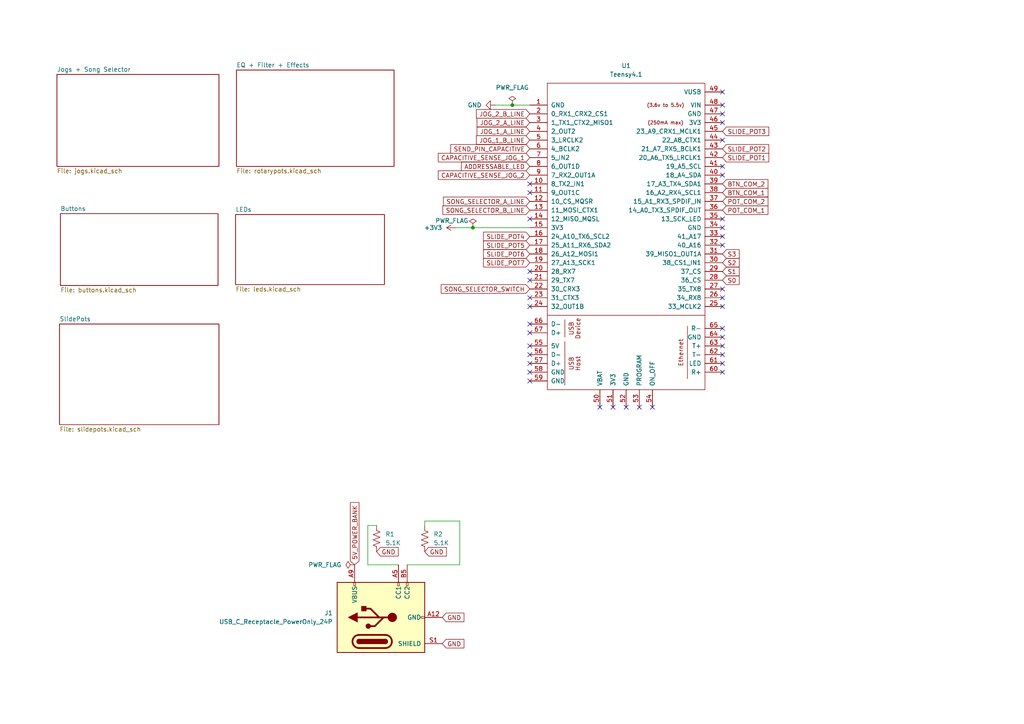
<source format=kicad_sch>
(kicad_sch (version 20250114) (generator "eeschema") (generator_version "9.0")
  (paper "A4")
  (title_block (title "@opensourcedj on twitter") (rev "1") (company "Alex G") (comment 1 "opensourcedj.com"))
  (lib_symbols
    (symbol "Connector:USB_C_Receptacle_PowerOnly_24P" (pin_names (offset 1.016))
      (property "Reference" "J" (at 0 16.51 0))
      (property "Value" "USB_C_Receptacle_PowerOnly_24P" (at 0 13.97 0))
      (symbol "USB_C_Receptacle_PowerOnly_24P_0_0"
        (rectangle (start -0.254 -12.7) (end 0.254 -11.684))
        (rectangle (start 10.16 7.874) (end 9.144 7.366))
        (rectangle (start 10.16 -4.826) (end 9.144 -5.334))
        (rectangle (start 10.16 -7.366) (end 9.144 -7.874))
      )
      (symbol "USB_C_Receptacle_PowerOnly_24P_0_1"
        (rectangle (start -10.16 12.7) (end 10.16 -12.7) (stroke (width 0.254)) (fill (type background)))
        (polyline (pts (xy -8.89 -1.27) (xy -8.89 6.35)) (stroke (width 0.508)))
        (rectangle (start -7.62 -1.27) (end -6.35 6.35) (stroke (width 0.254)) (fill (type outline)))
        (arc (start -7.62 6.35) (mid -6.985 6.9823) (end -6.35 6.35) (stroke (width 0.254)))
        (arc (start -7.62 6.35) (mid -6.985 6.9823) (end -6.35 6.35) (stroke (width 0.254)) (fill (type outline)))
        (arc (start -8.89 6.35) (mid -6.985 8.2467) (end -5.08 6.35) (stroke (width 0.508)))
        (arc (start -5.08 -1.27) (mid -6.985 -3.1667) (end -8.89 -1.27) (stroke (width 0.508)))
        (arc (start -6.35 -1.27) (mid -6.985 -1.9023) (end -7.62 -1.27) (stroke (width 0.254)))
        (arc (start -6.35 -1.27) (mid -6.985 -1.9023) (end -7.62 -1.27) (stroke (width 0.254)) (fill (type outline)))
        (polyline (pts (xy -5.08 6.35) (xy -5.08 -1.27)) (stroke (width 0.508)))
        (circle (center -2.54 3.683) (radius 0.635) (stroke (width 0.254)) (fill (type outline)))
        (polyline (pts (xy -1.27 6.858) (xy 0 9.398) (xy 1.27 6.858) (xy -1.27 6.858)) (stroke (width 0.254)) (fill (type outline)))
        (polyline (pts (xy 0 0.508) (xy 2.54 3.048) (xy 2.54 4.318)) (stroke (width 0.508)))
        (polyline (pts (xy 0 -0.762) (xy -2.54 1.778) (xy -2.54 3.048)) (stroke (width 0.508)))
        (polyline (pts (xy 0 -3.302) (xy 0 6.858)) (stroke (width 0.508)))
        (circle (center 0 -3.302) (radius 1.27) (fill (type outline)))
        (rectangle (start 1.905 4.318) (end 3.175 5.588) (stroke (width 0.254)) (fill (type outline)))
      )
      (symbol "USB_C_Receptacle_PowerOnly_24P_1_1"
        (pin passive line (at -7.62 -17.78 90) (length 5.08) (name "SHIELD") (number "S1"))
        (pin passive line (at 0 -17.78 90) (length 5.08) (hide yes) (name "GND") (number "A1"))
        (pin power_in line (at 0 -17.78 90) (length 5.08) (name "GND") (number "A12"))
        (pin passive line (at 0 -17.78 90) (length 5.08) (hide yes) (name "GND") (number "B1"))
        (pin passive line (at 0 -17.78 90) (length 5.08) (hide yes) (name "GND") (number "B12"))
        (pin passive line (at 15.24 7.62 180) (length 5.08) (hide yes) (name "VBUS") (number "A4"))
        (pin power_in line (at 15.24 7.62 180) (length 5.08) (name "VBUS") (number "A9"))
        (pin passive line (at 15.24 7.62 180) (length 5.08) (hide yes) (name "VBUS") (number "B4"))
        (pin passive line (at 15.24 7.62 180) (length 5.08) (hide yes) (name "VBUS") (number "B9"))
        (pin bidirectional line (at 15.24 -5.08 180) (length 5.08) (name "CC1") (number "A5"))
        (pin bidirectional line (at 15.24 -7.62 180) (length 5.08) (name "CC2") (number "B5"))
      )
    )
    (symbol "Device:R_US" (pin_numbers (hide yes)) (pin_names (offset 0))
      (property "Reference" "R" (at 2.54 0 90))
      (property "Value" "R_US" (at -2.54 0 90))
      (symbol "R_US_0_1"
        (polyline (pts (xy 0 2.286) (xy 0 2.54)))
        (polyline (pts (xy 0 2.286) (xy 1.016 1.905) (xy 0 1.524) (xy -1.016 1.143) (xy 0 0.762)))
        (polyline (pts (xy 0 0.762) (xy 1.016 0.381) (xy 0 0) (xy -1.016 -0.381) (xy 0 -0.762)))
        (polyline (pts (xy 0 -0.762) (xy 1.016 -1.143) (xy 0 -1.524) (xy -1.016 -1.905) (xy 0 -2.286)))
        (polyline (pts (xy 0 -2.286) (xy 0 -2.54)))
      )
      (symbol "R_US_1_1"
        (pin passive line (at 0 3.81 270) (length 1.27) (name "~") (number "1"))
        (pin passive line (at 0 -3.81 90) (length 1.27) (name "~") (number "2"))
      )
    )
    (symbol "power:+3V3" (power) (pin_numbers (hide yes)) (pin_names (offset 0) (hide yes))
      (property "Value" "+3V3" (at 0 3.556 0))
      (symbol "+3V3_0_1"
        (polyline (pts (xy -0.762 1.27) (xy 0 2.54)))
        (polyline (pts (xy 0 2.54) (xy 0.762 1.27)))
        (polyline (pts (xy 0 0) (xy 0 2.54)))
      )
      (symbol "+3V3_1_1"
        (pin power_in line (at 0 0 90) (length 0) (name "~") (number "1"))
      )
    )
    (symbol "power:GND" (power) (pin_numbers (hide yes)) (pin_names (offset 0) (hide yes))
      (property "Value" "GND" (at 0 -3.81 0))
      (symbol "GND_0_1"
        (polyline (pts (xy 0 0) (xy 0 -1.27) (xy 1.27 -1.27) (xy 0 -2.54) (xy -1.27 -1.27) (xy 0 -1.27)))
      )
      (symbol "GND_1_1"
        (pin power_in line (at 0 0 270) (length 0) (name "~") (number "1"))
      )
    )
    (symbol "power:PWR_FLAG" (power) (pin_numbers (hide yes)) (pin_names (offset 0) (hide yes))
      (property "Value" "PWR_FLAG" (at 0 3.81 0))
      (symbol "PWR_FLAG_0_0"
        (pin power_out line (at 0 0 90) (length 0) (name "~") (number "1"))
      )
      (symbol "PWR_FLAG_0_1"
        (polyline (pts (xy 0 0) (xy 0 1.27) (xy -1.016 1.905) (xy 0 2.54) (xy 1.016 1.905) (xy 0 1.27)))
      )
    )
    (symbol "teensy:Teensy4.1" (pin_names (offset 1.016))
      (property "Reference" "U" (at 0 64.77 0))
      (property "Value" "Teensy4.1" (at 0 62.23 0))
      (symbol "Teensy4.1_0_0"
        (polyline (pts (xy -22.86 -6.35) (xy 22.86 -6.35)))
        (polyline (pts (xy -17.78 -7.62) (xy -17.78 -12.7)))
        (polyline (pts (xy -17.78 -26.67) (xy -17.78 -13.97)))
        (polyline (pts (xy 17.78 -9.525) (xy 17.78 -24.765)))
        (text "USB" (at -15.875 -10.16 900) (effects (font (size 1.27 1.27))))
        (text "USB" (at -15.875 -20.32 900) (effects (font (size 1.27 1.27))))
        (text "Device" (at -13.97 -10.16 900) (effects (font (size 1.27 1.27))))
        (text "Host" (at -13.97 -20.32 900) (effects (font (size 1.27 1.27))))
        (text "(3.6v to 5.5v)" (at 11.43 54.61 0) (effects (font (size 1.016 1.016))))
        (text "(250mA max)" (at 11.43 49.53 0) (effects (font (size 1.016 1.016))))
        (text "Ethernet" (at 15.875 -17.145 900) (effects (font (size 1.27 1.27))))
        (pin bidirectional line (at -27.94 44.45 0) (length 5.08) (name "3_LRCLK2") (number "5"))
        (pin bidirectional line (at -27.94 41.91 0) (length 5.08) (name "4_BCLK2") (number "6"))
        (pin bidirectional line (at -27.94 39.37 0) (length 5.08) (name "5_IN2") (number "7"))
        (pin bidirectional line (at -27.94 36.83 0) (length 5.08) (name "6_OUT1D") (number "8"))
        (pin bidirectional line (at -27.94 34.29 0) (length 5.08) (name "7_RX2_OUT1A") (number "9"))
        (pin bidirectional line (at -27.94 31.75 0) (length 5.08) (name "8_TX2_IN1") (number "10"))
        (pin bidirectional line (at -27.94 29.21 0) (length 5.08) (name "9_OUT1C") (number "11"))
        (pin bidirectional line (at -27.94 26.67 0) (length 5.08) (name "10_CS_MQSR") (number "12"))
        (pin bidirectional line (at -27.94 24.13 0) (length 5.08) (name "11_MOSI_CTX1") (number "13"))
        (pin bidirectional line (at -27.94 21.59 0) (length 5.08) (name "12_MISO_MQSL") (number "14"))
        (pin power_in line (at -27.94 19.05 0) (length 5.08) (name "3V3") (number "15"))
        (pin bidirectional line (at -27.94 16.51 0) (length 5.08) (name "24_A10_TX6_SCL2") (number "16"))
        (pin bidirectional line (at -27.94 13.97 0) (length 5.08) (name "25_A11_RX6_SDA2") (number "17"))
        (pin bidirectional line (at -27.94 11.43 0) (length 5.08) (name "26_A12_MOSI1") (number "18"))
        (pin bidirectional line (at -27.94 8.89 0) (length 5.08) (name "27_A13_SCK1") (number "19"))
        (pin bidirectional line (at -27.94 6.35 0) (length 5.08) (name "28_RX7") (number "20"))
        (pin bidirectional line (at -27.94 3.81 0) (length 5.08) (name "29_TX7") (number "21"))
        (pin bidirectional line (at -27.94 1.27 0) (length 5.08) (name "30_CRX3") (number "22"))
        (pin bidirectional line (at -27.94 -1.27 0) (length 5.08) (name "31_CTX3") (number "23"))
        (pin bidirectional line (at -27.94 -3.81 0) (length 5.08) (name "32_OUT1B") (number "24"))
        (pin bidirectional line (at -27.94 -8.89 0) (length 5.08) (name "D-") (number "66"))
        (pin bidirectional line (at -27.94 -11.43 0) (length 5.08) (name "D+") (number "67"))
        (pin power_out line (at -27.94 -15.24 0) (length 5.08) (name "5V") (number "55"))
        (pin bidirectional line (at -27.94 -17.78 0) (length 5.08) (name "D-") (number "56"))
        (pin bidirectional line (at -27.94 -20.32 0) (length 5.08) (name "D+") (number "57"))
        (pin power_in line (at -27.94 -22.86 0) (length 5.08) (name "GND") (number "58"))
        (pin power_in line (at -27.94 -25.4 0) (length 5.08) (name "GND") (number "59"))
        (pin power_in line (at -7.62 -33.02 90) (length 5.08) (name "VBAT") (number "50"))
        (pin power_in line (at -3.81 -33.02 90) (length 5.08) (name "3V3") (number "51"))
        (pin input line (at 0 -33.02 90) (length 5.08) (name "GND") (number "52"))
        (pin input line (at 3.81 -33.02 90) (length 5.08) (name "PROGRAM") (number "53"))
        (pin input line (at 7.62 -33.02 90) (length 5.08) (name "ON_OFF") (number "54"))
        (pin power_out line (at 27.94 58.42 180) (length 5.08) (name "VUSB") (number "49"))
        (pin power_in line (at 27.94 54.61 180) (length 5.08) (name "VIN") (number "48"))
        (pin output line (at 27.94 52.07 180) (length 5.08) (name "GND") (number "47"))
        (pin output line (at 27.94 49.53 180) (length 5.08) (name "3V3") (number "46"))
        (pin bidirectional line (at 27.94 46.99 180) (length 5.08) (name "23_A9_CRX1_MCLK1") (number "45"))
        (pin bidirectional line (at 27.94 44.45 180) (length 5.08) (name "22_A8_CTX1") (number "44"))
        (pin bidirectional line (at 27.94 41.91 180) (length 5.08) (name "21_A7_RX5_BCLK1") (number "43"))
        (pin bidirectional line (at 27.94 39.37 180) (length 5.08) (name "20_A6_TX5_LRCLK1") (number "42"))
        (pin bidirectional line (at 27.94 36.83 180) (length 5.08) (name "19_A5_SCL") (number "41"))
        (pin bidirectional line (at 27.94 34.29 180) (length 5.08) (name "18_A4_SDA") (number "40"))
        (pin bidirectional line (at 27.94 31.75 180) (length 5.08) (name "17_A3_TX4_SDA1") (number "39"))
        (pin bidirectional line (at 27.94 29.21 180) (length 5.08) (name "16_A2_RX4_SCL1") (number "38"))
        (pin bidirectional line (at 27.94 26.67 180) (length 5.08) (name "15_A1_RX3_SPDIF_IN") (number "37"))
        (pin bidirectional line (at 27.94 24.13 180) (length 5.08) (name "14_A0_TX3_SPDIF_OUT") (number "36"))
        (pin bidirectional line (at 27.94 21.59 180) (length 5.08) (name "13_SCK_LED") (number "35"))
        (pin bidirectional line (at 27.94 16.51 180) (length 5.08) (name "41_A17") (number "33"))
        (pin bidirectional line (at 27.94 13.97 180) (length 5.08) (name "40_A16") (number "32"))
        (pin bidirectional line (at 27.94 11.43 180) (length 5.08) (name "39_MISO1_OUT1A") (number "31"))
        (pin bidirectional line (at 27.94 8.89 180) (length 5.08) (name "38_CS1_IN1") (number "30"))
        (pin bidirectional line (at 27.94 6.35 180) (length 5.08) (name "37_CS") (number "29"))
        (pin bidirectional line (at 27.94 3.81 180) (length 5.08) (name "36_CS") (number "28"))
        (pin bidirectional line (at 27.94 1.27 180) (length 5.08) (name "35_TX8") (number "27"))
        (pin bidirectional line (at 27.94 -1.27 180) (length 5.08) (name "34_RX8") (number "26"))
        (pin bidirectional line (at 27.94 -3.81 180) (length 5.08) (name "33_MCLK2") (number "25"))
        (pin bidirectional line (at 27.94 -10.16 180) (length 5.08) (name "R-") (number "65"))
        (pin power_in line (at 27.94 -12.7 180) (length 5.08) (name "GND") (number "64"))
        (pin bidirectional line (at 27.94 -15.24 180) (length 5.08) (name "T+") (number "63"))
        (pin bidirectional line (at 27.94 -17.78 180) (length 5.08) (name "T-") (number "62"))
        (pin bidirectional line (at 27.94 -20.32 180) (length 5.08) (name "LED") (number "61"))
        (pin bidirectional line (at 27.94 -22.86 180) (length 5.08) (name "R+") (number "60"))
      )
      (symbol "Teensy4.1_0_1"
        (rectangle (start -22.86 60.96) (end 22.86 -27.94))
        (rectangle (start -20.32 -1.27) (end -20.32 -1.27))
      )
      (symbol "Teensy4.1_1_1"
        (pin power_in line (at -27.94 54.61 0) (length 5.08) (name "GND") (number "1"))
        (pin bidirectional line (at -27.94 52.07 0) (length 5.08) (name "0_RX1_CRX2_CS1") (number "2"))
        (pin bidirectional line (at -27.94 49.53 0) (length 5.08) (name "1_TX1_CTX2_MISO1") (number "3"))
        (pin bidirectional line (at -27.94 46.99 0) (length 5.08) (name "2_OUT2") (number "4"))
        (pin power_in line (at 27.94 19.05 180) (length 5.08) (name "GND") (number "34"))
      )
    )
  )
  (junction (at 148.59 30.48))
  (junction (at 137.16 66.04))
  (no_connect (at 153.67 100.33))
  (no_connect (at 209.55 40.64))
  (no_connect (at 209.55 63.5))
  (no_connect (at 185.42 118.11))
  (no_connect (at 209.55 68.58))
  (no_connect (at 153.67 107.95))
  (no_connect (at 209.55 71.12))
  (no_connect (at 153.67 81.28))
  (no_connect (at 153.67 93.98))
  (no_connect (at 209.55 83.82))
  (no_connect (at 173.99 118.11))
  (no_connect (at 209.55 100.33))
  (no_connect (at 153.67 88.9))
  (no_connect (at 153.67 102.87))
  (no_connect (at 153.67 110.49))
  (no_connect (at 153.67 96.52))
  (no_connect (at 177.8 118.11))
  (no_connect (at 209.55 107.95))
  (no_connect (at 209.55 97.79))
  (no_connect (at 189.23 118.11))
  (no_connect (at 209.55 105.41))
  (no_connect (at 209.55 102.87))
  (no_connect (at 153.67 63.5))
  (no_connect (at 209.55 88.9))
  (no_connect (at 153.67 55.88))
  (no_connect (at 209.55 26.67))
  (no_connect (at 209.55 95.25))
  (no_connect (at 209.55 86.36))
  (no_connect (at 209.55 48.26))
  (no_connect (at 209.55 66.04))
  (no_connect (at 181.61 118.11))
  (no_connect (at 153.67 86.36))
  (no_connect (at 153.67 53.34))
  (no_connect (at 209.55 33.02))
  (no_connect (at 153.67 78.74))
  (no_connect (at 209.55 35.56))
  (no_connect (at 209.55 30.48))
  (no_connect (at 209.55 50.8))
  (no_connect (at 153.67 105.41))
  (wire (pts (xy 148.59 30.48) (xy 153.67 30.48)))
  (wire (pts (xy 133.35 151.13) (xy 123.19 151.13)))
  (wire (pts (xy 118.11 163.83) (xy 133.35 163.83)))
  (wire (pts (xy 106.68 163.83) (xy 106.68 152.4)))
  (wire (pts (xy 133.35 163.83) (xy 133.35 151.13)))
  (wire (pts (xy 132.08 66.04) (xy 137.16 66.04)))
  (wire (pts (xy 115.57 163.83) (xy 106.68 163.83)))
  (wire (pts (xy 137.16 66.04) (xy 153.67 66.04)))
  (wire (pts (xy 106.68 152.4) (xy 109.22 152.4)))
  (wire (pts (xy 143.51 30.48) (xy 148.59 30.48)))
  (wire (pts (xy 123.19 151.13) (xy 123.19 152.4)))
  (global_label "GND" (shape input) (at 128.27 179.07 0) (property "Intersheetrefs" "${INTERSHEET_REFS}" (effects (hide yes))))
  (global_label "S0" (shape input) (at 209.55 81.28 0) (property "Intersheetrefs" "${INTERSHEET_REFS}" (effects (hide yes))))
  (global_label "SLIDE_POT2" (shape input) (at 209.55 43.18 0) (property "Intersheetrefs" "${INTERSHEET_REFS}" (effects (hide yes))))
  (global_label "SLIDE_POT3" (shape input) (at 209.55 38.1 0) (property "Intersheetrefs" "${INTERSHEET_REFS}" (effects (hide yes))))
  (global_label "CAPACITIVE_SENSE_JOG_2" (shape input) (at 153.67 50.8 180) (property "Intersheetrefs" "${INTERSHEET_REFS}" (effects (hide yes))))
  (global_label "SLIDE_POT7" (shape input) (at 153.67 76.2 180) (property "Intersheetrefs" "${INTERSHEET_REFS}" (effects (hide yes))))
  (global_label "GND" (shape input) (at 128.27 186.69 0) (property "Intersheetrefs" "${INTERSHEET_REFS}" (effects (hide yes))))
  (global_label "GND" (shape input) (at 123.19 160.02 0) (property "Intersheetrefs" "${INTERSHEET_REFS}" (effects (hide yes))))
  (global_label "ADDRESSABLE_LED" (shape input) (at 153.67 48.26 180) (property "Intersheetrefs" "${INTERSHEET_REFS}" (effects (hide yes))))
  (global_label "SLIDE_POT6" (shape input) (at 153.67 73.66 180) (property "Intersheetrefs" "${INTERSHEET_REFS}" (effects (hide yes))))
  (global_label "SONG_SELECTOR_A_LINE" (shape input) (at 153.67 58.42 180) (property "Intersheetrefs" "${INTERSHEET_REFS}" (effects (hide yes))))
  (global_label "SLIDE_POT5" (shape input) (at 153.67 71.12 180) (property "Intersheetrefs" "${INTERSHEET_REFS}" (effects (hide yes))))
  (global_label "POT_COM_1" (shape input) (at 209.55 60.96 0) (property "Intersheetrefs" "${INTERSHEET_REFS}" (effects (hide yes))))
  (global_label "JOG_2_B_LINE" (shape input) (at 153.67 33.02 180) (property "Intersheetrefs" "${INTERSHEET_REFS}" (effects (hide yes))))
  (global_label "S2" (shape input) (at 209.55 76.2 0) (property "Intersheetrefs" "${INTERSHEET_REFS}" (effects (hide yes))))
  (global_label "JOG_1_B_LINE" (shape input) (at 153.67 40.64 180) (property "Intersheetrefs" "${INTERSHEET_REFS}" (effects (hide yes))))
  (global_label "BTN_COM_1" (shape input) (at 209.55 55.88 0) (property "Intersheetrefs" "${INTERSHEET_REFS}" (effects (hide yes))))
  (global_label "5V_POWER_BANK" (shape input) (at 102.87 163.83 90) (property "Intersheetrefs" "${INTERSHEET_REFS}" (effects (hide yes))))
  (global_label "SLIDE_POT4" (shape input) (at 153.67 68.58 180) (property "Intersheetrefs" "${INTERSHEET_REFS}" (effects (hide yes))))
  (global_label "SLIDE_POT1" (shape input) (at 209.55 45.72 0) (property "Intersheetrefs" "${INTERSHEET_REFS}" (effects (hide yes))))
  (global_label "SEND_PIN_CAPACITIVE" (shape input) (at 153.67 43.18 180) (property "Intersheetrefs" "${INTERSHEET_REFS}" (effects (hide yes))))
  (global_label "S1" (shape input) (at 209.55 78.74 0) (property "Intersheetrefs" "${INTERSHEET_REFS}" (effects (hide yes))))
  (global_label "JOG_2_A_LINE" (shape input) (at 153.67 35.56 180) (property "Intersheetrefs" "${INTERSHEET_REFS}" (effects (hide yes))))
  (global_label "JOG_1_A_LINE" (shape input) (at 153.67 38.1 180) (property "Intersheetrefs" "${INTERSHEET_REFS}" (effects (hide yes))))
  (global_label "CAPACITIVE_SENSE_JOG_1" (shape input) (at 153.67 45.72 180) (property "Intersheetrefs" "${INTERSHEET_REFS}" (effects (hide yes))))
  (global_label "S3" (shape input) (at 209.55 73.66 0) (property "Intersheetrefs" "${INTERSHEET_REFS}" (effects (hide yes))))
  (global_label "GND" (shape input) (at 109.22 160.02 0) (property "Intersheetrefs" "${INTERSHEET_REFS}" (effects (hide yes))))
  (global_label "SONG_SELECTOR_SWITCH" (shape input) (at 153.67 83.82 180) (property "Intersheetrefs" "${INTERSHEET_REFS}" (effects (hide yes))))
  (global_label "POT_COM_2" (shape input) (at 209.55 58.42 0) (property "Intersheetrefs" "${INTERSHEET_REFS}" (effects (hide yes))))
  (global_label "SONG_SELECTOR_B_LINE" (shape input) (at 153.67 60.96 180) (property "Intersheetrefs" "${INTERSHEET_REFS}" (effects (hide yes))))
  (global_label "BTN_COM_2" (shape input) (at 209.55 53.34 0) (property "Intersheetrefs" "${INTERSHEET_REFS}" (effects (hide yes))))
  (symbol (lib_id "power:PWR_FLAG") (at 102.87 163.83 90) (unit 1)
    (property "Reference" "#FLG01" (effects (hide yes)))
    (property "Value" "PWR_FLAG" (at 99.06 163.8299 90) (effects (justify left)))
    (property "Description" "Special symbol for telling ERC where power comes from" (effects (hide yes)))
  )
  (symbol (lib_id "power:GND") (at 143.51 30.48 270) (unit 1)
    (property "Reference" "#PWR01" (effects (hide yes)))
    (property "Value" "GND" (at 139.7 30.4799 90) (effects (justify right)))
    (property "Description" "Power symbol creates a global label with name \"GND\" , ground" (effects (hide yes)))
  )
  (symbol (lib_id "power:PWR_FLAG") (at 148.59 30.48 0) (unit 1)
    (property "Reference" "#FLG03" (effects (hide yes)))
    (property "Value" "PWR_FLAG" (at 148.59 25.4 0))
    (property "Description" "Special symbol for telling ERC where power comes from" (effects (hide yes)))
  )
  (symbol (lib_id "Device:R_US") (at 109.22 156.21 0) (unit 1)
    (property "Reference" "R1" (at 111.76 154.9399 0) (effects (justify left)))
    (property "Value" "5.1K" (at 111.76 157.4799 0) (effects (justify left)))
    (property "Footprint" "Resistor_SMD:R_0603_1608Metric" (effects (hide yes)))
    (property "Description" "Resistor, US symbol" (effects (hide yes)))
  )
  (symbol (lib_id "Device:R_US") (at 123.19 156.21 0) (unit 1)
    (property "Reference" "R2" (at 125.73 154.9399 0) (effects (justify left)))
    (property "Value" "5.1K" (at 125.73 157.4799 0) (effects (justify left)))
    (property "Footprint" "Resistor_SMD:R_0603_1608Metric" (effects (hide yes)))
    (property "Description" "Resistor, US symbol" (effects (hide yes)))
  )
  (symbol (lib_id "power:PWR_FLAG") (at 137.16 66.04 0) (unit 1)
    (property "Reference" "#FLG02" (effects (hide yes)))
    (property "Value" "PWR_FLAG" (at 131.064 64.008 0))
    (property "Description" "Special symbol for telling ERC where power comes from" (effects (hide yes)))
  )
  (symbol (lib_id "teensy:Teensy4.1") (at 181.61 85.09 0) (unit 1)
    (property "Reference" "U1" (at 181.61 19.05 0))
    (property "Value" "Teensy4.1" (at 181.61 21.59 0))
    (property "Footprint" "teensy.pretty-master:Teensy41" (effects (hide yes)))
  )
  (symbol (lib_id "Connector:USB_C_Receptacle_PowerOnly_24P") (at 110.49 179.07 90) (unit 1)
    (property "Reference" "J1" (at 96.52 177.7999 90) (effects (justify left)))
    (property "Value" "USB_C_Receptacle_PowerOnly_24P" (at 96.52 180.3399 90) (effects (justify left)))
    (property "Footprint" "12401832E402A:AMPHENOL_12401832E402A" (effects (hide yes)))
    (property "Datasheet" "https://www.usb.org/sites/default/files/documents/usb_type-c.zip" (effects (hide yes)))
    (property "Description" "USB Power-Only 24P Type-C Receptacle connector" (effects (hide yes)))
  )
  (symbol (lib_id "power:+3V3") (at 132.08 66.04 90) (unit 1)
    (property "Reference" "#PWR03" (effects (hide yes)))
    (property "Value" "+3V3" (at 128.27 66.0399 90) (effects (justify left)))
    (property "Description" "Power symbol creates a global label with name \"+3V3\"" (effects (hide yes)))
  )
  (sheet (at 16.51 21.59) (size 46.99 26.67) (stroke (width 0.1524))
    (property "Sheetname" "Jogs + Song Selector" (at 16.51 20.8784 0) (effects (justify left bottom)))
    (property "Sheetfile" "jogs.kicad_sch" (at 16.51 48.8446 0) (effects (justify left top)))
  )
  (sheet (at 68.58 20.32) (size 45.72 27.94) (stroke (width 0.1524))
    (property "Sheetname" "EQ + Filter + Effects" (at 68.58 19.6084 0) (effects (justify left bottom)))
    (property "Sheetfile" "rotarypots.kicad_sch" (at 68.58 48.8446 0) (effects (justify left top)))
  )
  (sheet (at 68.326 62.23) (size 43.18 20.32) (stroke (width 0.1524))
    (property "Sheetname" "LEDs" (at 68.326 61.5184 0) (effects (justify left bottom)))
    (property "Sheetfile" "leds.kicad_sch" (at 68.326 83.1346 0) (effects (justify left top)))
  )
  (sheet (at 17.272 93.98) (size 46.228 29.21) (stroke (width 0.1524))
    (property "Sheetname" "SlidePots" (at 17.272 93.2684 0) (effects (justify left bottom)))
    (property "Sheetfile" "slidepots.kicad_sch" (at 17.272 123.7746 0) (effects (justify left top)))
  )
  (sheet (at 17.526 61.976) (size 45.72 20.828) (stroke (width 0.1524))
    (property "Sheetname" "Buttons" (at 17.526 61.2644 0) (effects (justify left bottom)))
    (property "Sheetfile" "buttons.kicad_sch" (at 17.526 83.3886 0) (effects (justify left top)))
  )
)
</source>
